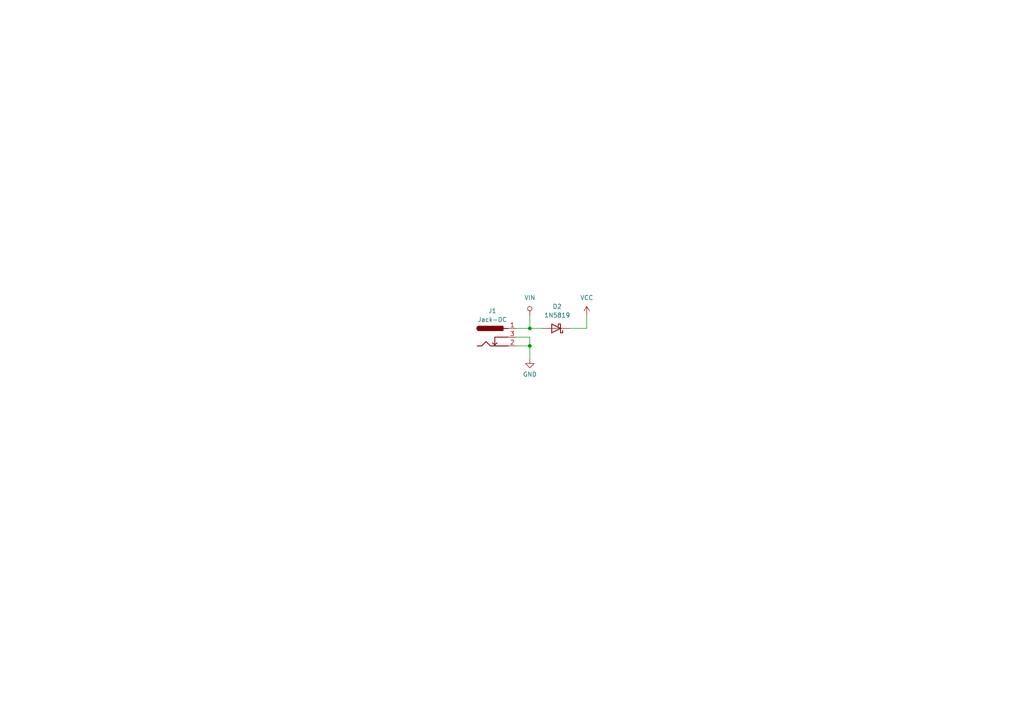
<source format=kicad_sch>
(kicad_sch (version 20231120) (generator "eeschema") (generator_version "8.0")
  (paper "A4")
  (lib_symbols
    (symbol "Diode:1N5819" (pin_numbers hide) (pin_names (offset 1.016) hide)
      (property "Reference" "D" (at 0 2.54 0))
      (property "Value" "1N5819" (at 0 -2.54 0))
      (symbol "1N5819_0_1"
        (polyline (pts (xy 1.27 0) (xy -1.27 0)))
        (polyline (pts (xy 1.27 1.27) (xy 1.27 -1.27) (xy -1.27 0) (xy 1.27 1.27)) (stroke (width 0.254)))
        (polyline (pts (xy -1.905 0.635) (xy -1.905 1.27) (xy -1.27 1.27) (xy -1.27 -1.27) (xy -0.635 -1.27) (xy -0.635 -0.635)) (stroke (width 0.254)))
      )
      (symbol "1N5819_1_1"
        (pin passive line (at -3.81 0 0) (length 2.54) (name "K") (number "1"))
        (pin passive line (at 3.81 0 180) (length 2.54) (name "A") (number "2"))
      )
    )
    (symbol "barrel_jack:Jack-DC" (pin_names (offset 1.016))
      (property "Reference" "J" (at 0 5.334 0))
      (property "Value" "Jack-DC" (at 0 -4.445 0))
      (symbol "Jack-DC_0_1"
        (arc (start -3.302 3.175) (mid -3.937 2.54) (end -3.302 1.905) (stroke (width 0.254)))
        (arc (start -3.302 3.175) (mid -3.937 2.54) (end -3.302 1.905) (stroke (width 0.254)) (fill (type outline)))
        (polyline (pts (xy 1.27 -2.286) (xy 1.905 -1.651)) (stroke (width 0.254)))
        (polyline (pts (xy 5.08 2.54) (xy 3.81 2.54)) (stroke (width 0.254)))
        (polyline (pts (xy 5.08 0) (xy 1.27 0) (xy 1.27 -2.286) (xy 0.635 -1.651)) (stroke (width 0.254)))
        (polyline (pts (xy -3.81 -2.54) (xy -2.54 -2.54) (xy -1.27 -1.27) (xy 0 -2.54) (xy 2.54 -2.54) (xy 5.08 -2.54)) (stroke (width 0.254)))
        (rectangle (start 3.683 3.175) (end -3.302 1.905) (stroke (width 0.254)) (fill (type outline)))
      )
      (symbol "Jack-DC_1_1"
        (pin power_out line (at 7.62 2.54 180) (length 2.54) (name "~") (number "1"))
        (pin power_out line (at 7.62 -2.54 180) (length 2.54) (name "~") (number "2"))
        (pin passive line (at 7.62 0 180) (length 2.54) (name "~") (number "3"))
      )
    )
    (symbol "barrel_jack:VIN" (power) (pin_names (offset 0))
      (property "Value" "VIN" (at 0 3.81 0))
      (symbol "VIN_0_1"
        (polyline (pts (xy 0 0) (xy 0 1.27)))
        (circle (center 0 1.905) (radius 0.635))
      )
      (symbol "VIN_1_1"
        (pin power_in line (at 0 0 90) (length 0) hide (name "VIN") (number "1"))
      )
    )
    (symbol "power:GND" (power) (pin_numbers hide) (pin_names (offset 0) hide)
      (property "Value" "GND" (at 0 -3.81 0))
      (symbol "GND_0_1"
        (polyline (pts (xy 0 0) (xy 0 -1.27) (xy 1.27 -1.27) (xy 0 -2.54) (xy -1.27 -1.27) (xy 0 -1.27)))
      )
      (symbol "GND_1_1"
        (pin power_in line (at 0 0 270) (length 0) (name "~") (number "1"))
      )
    )
    (symbol "power:VCC" (power) (pin_numbers hide) (pin_names (offset 0) hide)
      (property "Value" "VCC" (at 0 3.556 0))
      (symbol "VCC_0_1"
        (polyline (pts (xy -0.762 1.27) (xy 0 2.54)))
        (polyline (pts (xy 0 0) (xy 0 2.54)))
        (polyline (pts (xy 0 2.54) (xy 0.762 1.27)))
      )
      (symbol "VCC_1_1"
        (pin power_in line (at 0 0 90) (length 0) (name "~") (number "1"))
      )
    )
  )
  (junction (at 153.67 100.33))
  (junction (at 153.67 95.25))
  (wire (pts (xy 153.67 91.44) (xy 153.67 95.25)))
  (wire (pts (xy 170.18 91.44) (xy 170.18 95.25)))
  (wire (pts (xy 149.86 97.79) (xy 153.67 97.79)))
  (wire (pts (xy 153.67 100.33) (xy 153.67 104.14)))
  (wire (pts (xy 149.86 100.33) (xy 153.67 100.33)))
  (wire (pts (xy 149.86 95.25) (xy 153.67 95.25)))
  (wire (pts (xy 165.1 95.25) (xy 170.18 95.25)))
  (wire (pts (xy 153.67 95.25) (xy 157.48 95.25)))
  (wire (pts (xy 153.67 97.79) (xy 153.67 100.33)))
  (symbol (lib_id "barrel_jack:Jack-DC") (at 142.24 97.79 0) (unit 1)
    (property "Reference" "J1" (at 142.8115 90.17 0))
    (property "Value" "Jack-DC" (at 142.8115 92.71 0))
    (property "Footprint" "power:BARREL_JACK" (effects (hide yes)))
    (property "Description" "DC Barrel Jack" (effects (hide yes)))
  )
  (symbol (lib_id "barrel_jack:VIN") (at 153.67 91.44 0) (unit 1)
    (property "Reference" "#PWR01" (effects (hide yes)))
    (property "Value" "VIN" (at 153.67 86.36 0))
    (property "Description" "Power symbol creates a global label with name \"LINE\"" (effects (hide yes)))
  )
  (symbol (lib_id "Diode:1N5819") (at 161.29 95.25 180) (unit 1)
    (property "Reference" "D2" (at 161.6075 88.9 0))
    (property "Value" "1N5819" (at 161.6075 91.44 0))
    (property "Footprint" "Diode_THT:D_DO-41_SOD81_P10.16mm_Horizontal" (effects (hide yes)))
    (property "Datasheet" "http://www.vishay.com/docs/88525/1n5817.pdf" (effects (hide yes)))
    (property "Description" "40V 1A Schottky Barrier Rectifier Diode, DO-41" (effects (hide yes)))
  )
  (symbol (lib_id "power:GND") (at 153.67 104.14 0) (unit 1)
    (property "Reference" "#PWR02" (effects (hide yes)))
    (property "Value" "GND" (at 153.67 108.585 0))
    (property "Description" "Power symbol creates a global label with name \"GND\" , ground" (effects (hide yes)))
  )
  (symbol (lib_id "power:VCC") (at 170.18 91.44 0) (unit 1)
    (property "Reference" "#PWR014" (effects (hide yes)))
    (property "Value" "VCC" (at 170.18 86.36 0))
    (property "Description" "Power symbol creates a global label with name \"VCC\"" (effects (hide yes)))
  )
)
</source>
